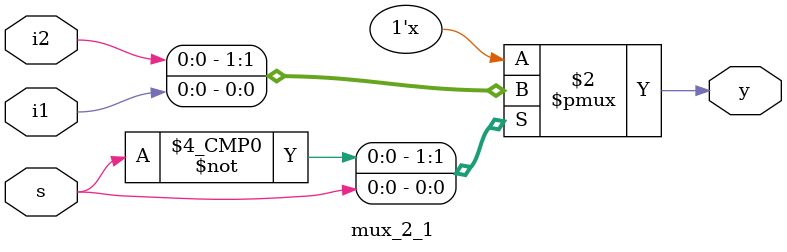
<source format=v>
module mux_2_1(input s,i1,i2,output reg y);
  always @(*) begin
    case(s)
      0:y=i2;
      1:y=i1;
    endcase
  end
endmodule

</source>
